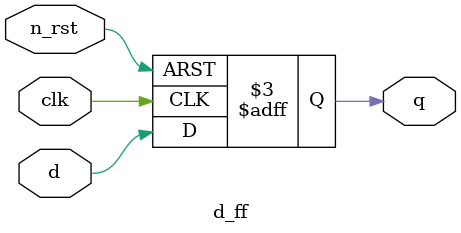
<source format=v>
module d_ff (
    input clk,
    input n_rst,
    input d,
    output reg q
);

always @(posedge clk or negedge n_rst)
    if(!n_rst)
        q <= 1'b0;
    else begin
        q <= d;
    end

endmodule
</source>
